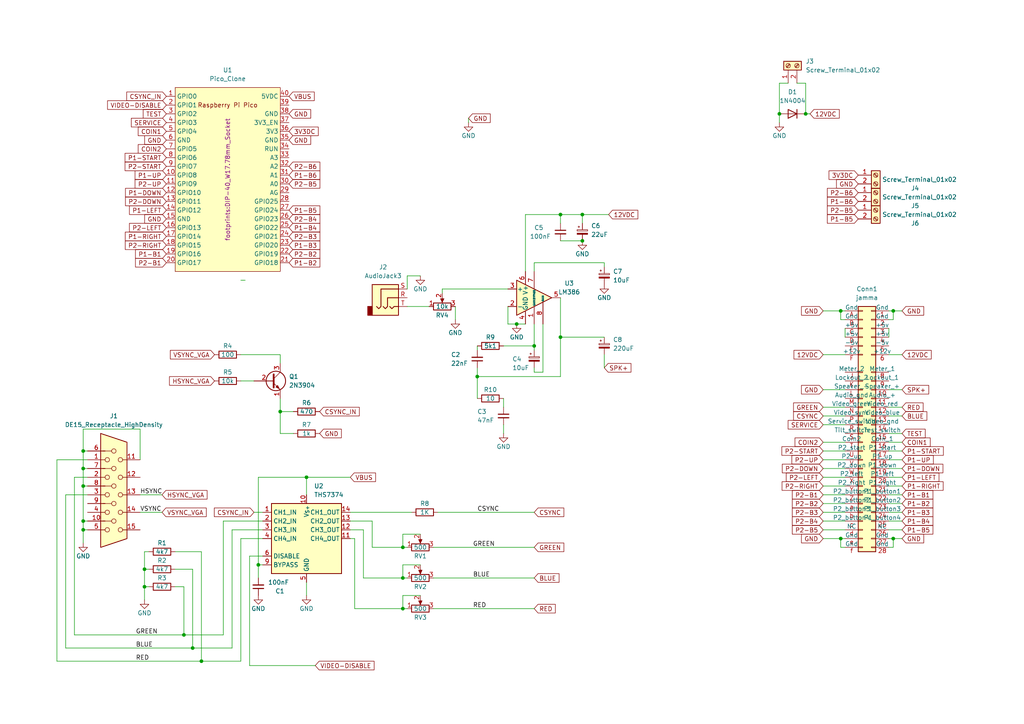
<source format=kicad_sch>
(kicad_sch (version 20230121) (generator eeschema)
  (paper "A4")
  (title_block (title "Whirlwind PCB Reverse Engineering für schwerst Mehrfachbehinderte") (company "Elbe Werkstätten GmbH"))
  (lib_symbols
    (symbol "Amplifier_Audio:LM386" (pin_names (offset 0.127))
      (property "Reference" "U" (at 1.27 7.62 0))
      (property "Value" "LM386" (at 1.27 5.08 0))
      (symbol "LM386_1_1"
        (pin input line (at 0 -7.62 90) (length 5.08) (name "GAIN") (number "1"))
        (pin input line (at -7.62 -2.54 0) (length 2.54) (name "-") (number "2"))
        (pin input line (at -7.62 2.54 0) (length 2.54) (name "+") (number "3"))
        (pin power_in line (at -2.54 -7.62 90) (length 3.81) (name "GND") (number "4"))
        (pin output line (at 7.62 0 180) (length 2.54) (name "~") (number "5"))
        (pin power_in line (at -2.54 7.62 270) (length 3.81) (name "V+") (number "6"))
        (pin input line (at 0 7.62 270) (length 5.08) (name "BYPASS") (number "7"))
        (pin input line (at 2.54 -7.62 90) (length 6.35) (name "GAIN") (number "8"))
      )
    )
    (symbol "Amplifier_Video:THS7374"
      (property "Reference" "U" (at -8.89 11.43 0))
      (property "Value" "THS7374" (at 5.08 11.43 0))
      (symbol "THS7374_1_1"
        (pin input line (at -12.7 7.62 0) (length 2.54) (name "CH1_IN") (number "1"))
        (pin power_in line (at 0 12.7 270) (length 2.54) (name "V_{S+}") (number "10"))
        (pin output line (at 12.7 0 180) (length 2.54) (name "CH4_OUT") (number "11"))
        (pin output line (at 12.7 2.54 180) (length 2.54) (name "CH3_OUT") (number "12"))
        (pin output line (at 12.7 5.08 180) (length 2.54) (name "CH2_OUT") (number "13"))
        (pin output line (at 12.7 7.62 180) (length 2.54) (name "CH1_OUT") (number "14"))
        (pin input line (at -12.7 5.08 0) (length 2.54) (name "CH2_IN") (number "2"))
        (pin input line (at -12.7 2.54 0) (length 2.54) (name "CH3_IN") (number "3"))
        (pin input line (at -12.7 0 0) (length 2.54) (name "CH4_IN") (number "4"))
        (pin power_in line (at 0 -12.7 90) (length 2.54) (name "GND") (number "5"))
        (pin input line (at -12.7 -5.08 0) (length 2.54) (name "DISABLE") (number "6"))
        (pin no_connect line (at 10.16 -5.08 180) (length 2.54) hide (name "NC") (number "7"))
        (pin no_connect line (at 10.16 -7.62 180) (length 2.54) hide (name "NC") (number "8"))
        (pin input line (at -12.7 -7.62 0) (length 2.54) (name "BYPASS") (number "9"))
      )
    )
    (symbol "Connector:DE15_Receptacle_HighDensity" (pin_names (offset 1.016) hide)
      (property "Reference" "J" (at 0 21.59 0))
      (property "Value" "DE15_Receptacle_HighDensity" (at 0 19.05 0))
      (symbol "DE15_Receptacle_HighDensity_1_1"
        (pin passive line (at -7.62 10.16 0) (length 5.08) (name "~") (number "1"))
        (pin passive line (at -7.62 -7.62 0) (length 5.08) (name "~") (number "10"))
        (pin passive line (at 7.62 10.16 180) (length 5.08) (name "~") (number "11"))
        (pin passive line (at 7.62 5.08 180) (length 5.08) (name "~") (number "12"))
        (pin passive line (at 7.62 0 180) (length 5.08) (name "~") (number "13"))
        (pin passive line (at 7.62 -5.08 180) (length 5.08) (name "~") (number "14"))
        (pin passive line (at 7.62 -10.16 180) (length 5.08) (name "~") (number "15"))
        (pin passive line (at -7.62 5.08 0) (length 5.08) (name "~") (number "2"))
        (pin passive line (at -7.62 0 0) (length 5.08) (name "~") (number "3"))
        (pin passive line (at -7.62 -5.08 0) (length 5.08) (name "~") (number "4"))
        (pin passive line (at -7.62 -10.16 0) (length 5.08) (name "~") (number "5"))
        (pin passive line (at -7.62 12.7 0) (length 5.08) (name "~") (number "6"))
        (pin passive line (at -7.62 7.62 0) (length 5.08) (name "~") (number "7"))
        (pin passive line (at -7.62 2.54 0) (length 5.08) (name "~") (number "8"))
        (pin passive line (at -7.62 -2.54 0) (length 5.08) (name "~") (number "9"))
      )
    )
    (symbol "Connector:Screw_Terminal_01x02" (pin_names (offset 1.016) hide)
      (property "Reference" "J" (at 0 2.54 0))
      (property "Value" "Screw_Terminal_01x02" (at 0 -5.08 0))
      (symbol "Screw_Terminal_01x02_1_1"
        (pin passive line (at -5.08 0 0) (length 3.81) (name "Pin_1") (number "1"))
        (pin passive line (at -5.08 -2.54 0) (length 3.81) (name "Pin_2") (number "2"))
      )
    )
    (symbol "Connector_Audio:AudioJack3"
      (property "Reference" "J" (at 0 8.89 0))
      (property "Value" "AudioJack3" (at 0 6.35 0))
      (symbol "AudioJack3_1_1"
        (pin passive line (at 5.08 0 180) (length 2.54) (name "~") (number "R"))
        (pin passive line (at 5.08 2.54 180) (length 2.54) (name "~") (number "S"))
        (pin passive line (at 5.08 -2.54 180) (length 2.54) (name "~") (number "T"))
      )
    )
    (symbol "Device:C_Polarized_Small" (pin_numbers hide) (pin_names (offset 0.254) hide)
      (property "Reference" "C" (at 0.254 1.778 0))
      (property "Value" "C_Polarized_Small" (at 0.254 -2.032 0))
      (symbol "C_Polarized_Small_1_1"
        (pin passive line (at 0 2.54 270) (length 1.8542) (name "~") (number "1"))
        (pin passive line (at 0 -2.54 90) (length 1.8542) (name "~") (number "2"))
      )
    )
    (symbol "Device:C_Small" (pin_numbers hide) (pin_names (offset 0.254) hide)
      (property "Reference" "C" (at 0.254 1.778 0))
      (property "Value" "C_Small" (at 0.254 -2.032 0))
      (symbol "C_Small_1_1"
        (pin passive line (at 0 2.54 270) (length 2.032) (name "~") (number "1"))
        (pin passive line (at 0 -2.54 90) (length 2.032) (name "~") (number "2"))
      )
    )
    (symbol "Device:R" (pin_numbers hide) (pin_names (offset 0))
      (property "Reference" "R" (at 2.032 0 90))
      (property "Value" "R" (at 0 0 90))
      (symbol "R_1_1"
        (pin passive line (at 0 3.81 270) (length 1.27) (name "~") (number "1"))
        (pin passive line (at 0 -3.81 90) (length 1.27) (name "~") (number "2"))
      )
    )
    (symbol "Device:R_Potentiometer" (pin_names (offset 1.016) hide)
      (property "Reference" "RV" (at -4.445 0 90))
      (property "Value" "R_Potentiometer" (at -2.54 0 90))
      (symbol "R_Potentiometer_1_1"
        (pin passive line (at 0 3.81 270) (length 1.27) (name "1") (number "1"))
        (pin passive line (at 3.81 0 180) (length 1.27) (name "2") (number "2"))
        (pin passive line (at 0 -3.81 90) (length 1.27) (name "3") (number "3"))
      )
    )
    (symbol "Diode:1N4004" (pin_numbers hide) (pin_names hide)
      (property "Reference" "D" (at 0 2.54 0))
      (property "Value" "1N4004" (at 0 -2.54 0))
      (symbol "1N4004_1_1"
        (pin passive line (at -3.81 0 0) (length 2.54) (name "K") (number "1"))
        (pin passive line (at 3.81 0 180) (length 2.54) (name "A") (number "2"))
      )
    )
    (symbol "MCU_RaspberryPi_and_Boards:Pico_Clone"
      (property "Reference" "U1" (at 0 31.75 0))
      (property "Value" "Pico_Clone" (at 0 29.21 0))
      (property "Footprint" "footprints:DIP-40_W17.5mm_Socket" (at 0 0 90))
      (symbol "Pico_Clone_0_0"
        (text "Raspberry Pi Pico" (at 0 21.59 0) (effects (font (size 1.27 1.27))))
      )
      (symbol "Pico_Clone_1_1"
        (pin bidirectional line (at -17.78 24.13 0) (length 2.54) (name "GPIO0") (number "1"))
        (pin bidirectional line (at -17.78 1.27 0) (length 2.54) (name "GPIO8") (number "10"))
        (pin bidirectional line (at -17.78 -1.27 0) (length 2.54) (name "GPIO9") (number "11"))
        (pin bidirectional line (at -17.78 -3.81 0) (length 2.54) (name "GPIO10") (number "12"))
        (pin bidirectional line (at -17.78 -6.35 0) (length 2.54) (name "GPIO11") (number "13"))
        (pin bidirectional line (at -17.78 -8.89 0) (length 2.54) (name "GPIO12") (number "14"))
        (pin power_in line (at -17.78 -11.43 0) (length 2.54) (name "GND") (number "15"))
        (pin bidirectional line (at -17.78 -13.97 0) (length 2.54) (name "GPIO13") (number "16"))
        (pin bidirectional line (at -17.78 -16.51 0) (length 2.54) (name "GPIO14") (number "17"))
        (pin bidirectional line (at -17.78 -19.05 0) (length 2.54) (name "GPIO15") (number "18"))
        (pin bidirectional line (at -17.78 -21.59 0) (length 2.54) (name "GPIO16") (number "19"))
        (pin bidirectional line (at -17.78 21.59 0) (length 2.54) (name "GPIO1") (number "2"))
        (pin bidirectional line (at -17.78 -24.13 0) (length 2.54) (name "GPIO17") (number "20"))
        (pin bidirectional line (at 17.78 -24.13 180) (length 2.54) (name "GPIO18") (number "21"))
        (pin bidirectional line (at 17.78 -21.59 180) (length 2.54) (name "GPIO19") (number "22"))
        (pin bidirectional line (at 17.78 -19.05 180) (length 2.54) (name "GPIO20") (number "23"))
        (pin bidirectional line (at 17.78 -16.51 180) (length 2.54) (name "GPIO21") (number "24"))
        (pin bidirectional line (at 17.78 -13.97 180) (length 2.54) (name "GPIO22") (number "25"))
        (pin bidirectional line (at 17.78 -11.43 180) (length 2.54) (name "GPIO23") (number "26"))
        (pin bidirectional line (at 17.78 -8.89 180) (length 2.54) (name "GPIO24") (number "27"))
        (pin bidirectional line (at 17.78 -6.35 180) (length 2.54) (name "GPIO25") (number "28"))
        (pin power_in line (at 17.78 -3.81 180) (length 2.54) (name "AG") (number "29"))
        (pin bidirectional line (at -17.78 19.05 0) (length 2.54) (name "GPIO2") (number "3"))
        (pin bidirectional line (at 17.78 -1.27 180) (length 2.54) (name "A0") (number "30"))
        (pin bidirectional line (at 17.78 1.27 180) (length 2.54) (name "A1") (number "31"))
        (pin bidirectional line (at 17.78 3.81 180) (length 2.54) (name "A2") (number "32"))
        (pin bidirectional line (at 17.78 6.35 180) (length 2.54) (name "A3") (number "33"))
        (pin bidirectional line (at 17.78 8.89 180) (length 2.54) (name "RUN") (number "34"))
        (pin power_in line (at 17.78 11.43 180) (length 2.54) (name "GND") (number "35"))
        (pin power_in line (at 17.78 13.97 180) (length 2.54) (name "3V3") (number "36"))
        (pin input line (at 17.78 16.51 180) (length 2.54) (name "3V3_EN") (number "37"))
        (pin bidirectional line (at 17.78 19.05 180) (length 2.54) (name "GND") (number "38"))
        (pin power_in line (at 17.78 21.59 180) (length 2.54) (name "") (number "39"))
        (pin bidirectional line (at -17.78 16.51 0) (length 2.54) (name "GPIO3") (number "4"))
        (pin power_in line (at 17.78 24.13 180) (length 2.54) (name "5VDC") (number "40"))
        (pin bidirectional line (at -17.78 13.97 0) (length 2.54) (name "GPIO4") (number "5"))
        (pin power_in line (at -17.78 11.43 0) (length 2.54) (name "GND") (number "6"))
        (pin bidirectional line (at -17.78 8.89 0) (length 2.54) (name "GPIO5") (number "7"))
        (pin bidirectional line (at -17.78 6.35 0) (length 2.54) (name "GPIO6") (number "8"))
        (pin bidirectional line (at -17.78 3.81 0) (length 2.54) (name "GPIO7") (number "9"))
      )
    )
    (symbol "Transistor_BJT:2N3904" (pin_names (offset 0) hide)
      (property "Reference" "Q" (at 5.08 1.905 0))
      (property "Value" "2N3904" (at 5.08 0 0))
      (symbol "2N3904_1_1"
        (pin passive line (at 2.54 -5.08 90) (length 2.54) (name "E") (number "1"))
        (pin passive line (at -5.08 0 0) (length 5.715) (name "B") (number "2"))
        (pin passive line (at 2.54 5.08 270) (length 2.54) (name "C") (number "3"))
      )
    )
    (symbol "jamma:jamma" (pin_names (offset 0))
      (property "Reference" "Conn" (at 0 35.56 0))
      (property "Value" "jamma" (at 0 38.1 0))
      (symbol "jamma_1_1"
        (pin passive line (at 6.35 33.02 180) (length 3.81) (name "Gnd") (number "1"))
        (pin passive line (at 6.35 10.16 180) (length 3.81) (name "Speaker_+") (number "10"))
        (pin passive line (at 6.35 7.62 180) (length 3.81) (name "Audio_+") (number "11"))
        (pin passive line (at 6.35 5.08 180) (length 3.81) (name "Video_red") (number "12"))
        (pin passive line (at 6.35 2.54 180) (length 3.81) (name "Video_blue") (number "13"))
        (pin passive line (at 6.35 0 180) (length 3.81) (name "Video_gnd") (number "14"))
        (pin passive line (at 6.35 -2.54 180) (length 3.81) (name "Test_switch") (number "15"))
        (pin passive line (at 6.35 -5.08 180) (length 3.81) (name "Coin_1") (number "16"))
        (pin passive line (at 6.35 -7.62 180) (length 3.81) (name "P1_start") (number "17"))
        (pin passive line (at 6.35 -10.16 180) (length 3.81) (name "P1_up") (number "18"))
        (pin passive line (at 6.35 -12.7 180) (length 3.81) (name "P1_down") (number "19"))
        (pin passive line (at 6.35 30.48 180) (length 3.81) (name "Gnd") (number "2"))
        (pin passive line (at 6.35 -15.24 180) (length 3.81) (name "P1_left") (number "20"))
        (pin passive line (at 6.35 -17.78 180) (length 3.81) (name "P1_right") (number "21"))
        (pin passive line (at 6.35 -20.32 180) (length 3.81) (name "P1_button1") (number "22"))
        (pin passive line (at 6.35 -22.86 180) (length 3.81) (name "P1_button2") (number "23"))
        (pin passive line (at 6.35 -25.4 180) (length 3.81) (name "P1_button3") (number "24"))
        (pin passive line (at 6.35 -27.94 180) (length 3.81) (name "P1_button4") (number "25"))
        (pin passive line (at 6.35 -30.48 180) (length 3.81) (name "NC") (number "26"))
        (pin passive line (at 6.35 -33.02 180) (length 3.81) (name "Gnd") (number "27"))
        (pin passive line (at 6.35 -35.56 180) (length 3.81) (name "Gnd") (number "28"))
        (pin passive line (at 6.35 27.94 180) (length 3.81) (name "+5v") (number "3"))
        (pin passive line (at 6.35 25.4 180) (length 3.81) (name "+5v") (number "4"))
        (pin passive line (at 6.35 22.86 180) (length 3.81) (name "-5v") (number "5"))
        (pin passive line (at 6.35 20.32 180) (length 3.81) (name "+12v") (number "6"))
        (pin passive line (at 6.35 15.24 180) (length 3.81) (name "Meter_1") (number "8"))
        (pin passive line (at 6.35 12.7 180) (length 3.81) (name "Lockout_1") (number "9"))
        (pin passive line (at -6.35 33.02 0) (length 3.81) (name "Gnd") (number "A"))
        (pin passive line (at -6.35 30.48 0) (length 3.81) (name "Gnd") (number "B"))
        (pin passive line (at -6.35 27.94 0) (length 3.81) (name "+5v") (number "C"))
        (pin passive line (at -6.35 25.4 0) (length 3.81) (name "+5v") (number "D"))
        (pin passive line (at -6.35 22.86 0) (length 3.81) (name "-5v") (number "E"))
        (pin passive line (at -6.35 20.32 0) (length 3.81) (name "+12v") (number "F"))
        (pin passive line (at -6.35 15.24 0) (length 3.81) (name "Meter_2") (number "J"))
        (pin passive line (at -6.35 12.7 0) (length 3.81) (name "Lockout_2") (number "K"))
        (pin passive line (at -6.35 10.16 0) (length 3.81) (name "Speaker_-") (number "L"))
        (pin passive line (at -6.35 7.62 0) (length 3.81) (name "Audio_gnd") (number "M"))
        (pin passive line (at -6.35 5.08 0) (length 3.81) (name "Video_green") (number "N"))
        (pin passive line (at -6.35 2.54 0) (length 3.81) (name "Video_sync") (number "P"))
        (pin passive line (at -6.35 0 0) (length 3.81) (name "Service_switch") (number "R"))
        (pin passive line (at -6.35 -2.54 0) (length 3.81) (name "Tilt_switch") (number "S"))
        (pin passive line (at -6.35 -5.08 0) (length 3.81) (name "Coin2") (number "T"))
        (pin passive line (at -6.35 -7.62 0) (length 3.81) (name "P2_start") (number "U"))
        (pin passive line (at -6.35 -10.16 0) (length 3.81) (name "P2_up") (number "V"))
        (pin passive line (at -6.35 -12.7 0) (length 3.81) (name "P2_down") (number "W"))
        (pin passive line (at -6.35 -15.24 0) (length 3.81) (name "P2_left") (number "X"))
        (pin passive line (at -6.35 -17.78 0) (length 3.81) (name "P2_right") (number "Y"))
        (pin passive line (at -6.35 -20.32 0) (length 3.81) (name "P2_button1") (number "Z"))
        (pin passive line (at -6.35 -22.86 0) (length 3.81) (name "P2_button2") (number "a"))
        (pin passive line (at -6.35 -25.4 0) (length 3.81) (name "P2_button3") (number "b"))
        (pin passive line (at -6.35 -27.94 0) (length 3.81) (name "P2_button4") (number "c"))
        (pin passive line (at -6.35 -30.48 0) (length 3.81) (name "NC") (number "d"))
        (pin passive line (at -6.35 -33.02 0) (length 3.81) (name "Gnd") (number "e"))
        (pin passive line (at -6.35 -35.56 0) (length 3.81) (name "Gnd") (number "f"))
      )
    )
    (symbol "power:GND" (power) (pin_names (offset 0))
      (property "Value" "GND" (at 0 -3.81 0))
      (symbol "GND_1_1"
        (pin power_in line (at 0 0 270) (length 0) hide (name "GND") (number "1"))
      )
    )
  )
  (junction (at 168.91 69.85))
  (junction (at 55.88 187.96))
  (junction (at 24.13 151.13))
  (junction (at 53.34 184.15))
  (junction (at 138.43 109.22))
  (junction (at 259.08 90.17))
  (junction (at 41.91 170.18))
  (junction (at 149.86 93.98))
  (junction (at 162.56 97.79))
  (junction (at 24.13 153.67))
  (junction (at 81.28 119.38))
  (junction (at 259.08 156.21))
  (junction (at 24.13 135.89))
  (junction (at 116.84 158.75))
  (junction (at 41.91 165.1))
  (junction (at 233.68 33.02))
  (junction (at 243.84 90.17))
  (junction (at 168.91 62.23))
  (junction (at 116.84 167.64))
  (junction (at 116.84 176.53))
  (junction (at 74.93 163.83))
  (junction (at 88.9 138.43))
  (junction (at 24.13 140.97))
  (junction (at 24.13 130.81))
  (junction (at 162.56 62.23))
  (junction (at 154.94 100.33))
  (junction (at 226.06 33.02))
  (junction (at 243.84 156.21))
  (junction (at 58.42 191.77))
  (wire (pts (xy 102.87 156.21) (xy 102.87 176.53)))
  (wire (pts (xy 88.9 172.72) (xy 88.9 168.91)))
  (wire (pts (xy 46.99 148.59) (xy 40.64 148.59)))
  (wire (pts (xy 257.81 151.13) (xy 261.62 151.13)))
  (wire (pts (xy 152.4 62.23) (xy 152.4 78.74)))
  (wire (pts (xy 138.43 109.22) (xy 162.56 109.22)))
  (wire (pts (xy 238.76 143.51) (xy 245.11 143.51)))
  (wire (pts (xy 175.26 76.2) (xy 175.26 77.47)))
  (wire (pts (xy 116.84 167.64) (xy 118.11 167.64)))
  (wire (pts (xy 72.39 161.29) (xy 76.2 161.29)))
  (wire (pts (xy 50.8 165.1) (xy 55.88 165.1)))
  (wire (pts (xy 19.05 187.96) (xy 55.88 187.96)))
  (wire (pts (xy 102.87 156.21) (xy 101.6 156.21)))
  (wire (pts (xy 132.08 88.9) (xy 132.08 92.71)))
  (wire (pts (xy 257.81 125.73) (xy 261.62 125.73)))
  (wire (pts (xy 41.91 160.02) (xy 41.91 165.1)))
  (wire (pts (xy 157.48 107.95) (xy 154.94 107.95)))
  (wire (pts (xy 233.68 24.13) (xy 231.14 24.13)))
  (wire (pts (xy 24.13 153.67) (xy 24.13 157.48)))
  (wire (pts (xy 245.11 92.71) (xy 243.84 92.71)))
  (wire (pts (xy 25.4 143.51) (xy 19.05 143.51)))
  (wire (pts (xy 257.81 128.27) (xy 261.62 128.27)))
  (wire (pts (xy 64.77 184.15) (xy 64.77 151.13)))
  (wire (pts (xy 233.68 33.02) (xy 233.68 24.13)))
  (wire (pts (xy 24.13 140.97) (xy 24.13 151.13)))
  (wire (pts (xy 67.31 187.96) (xy 67.31 153.67)))
  (wire (pts (xy 146.05 125.73) (xy 146.05 123.19)))
  (wire (pts (xy 168.91 62.23) (xy 168.91 64.77)))
  (wire (pts (xy 40.64 143.51) (xy 46.99 143.51)))
  (wire (pts (xy 257.81 156.21) (xy 259.08 156.21)))
  (wire (pts (xy 162.56 109.22) (xy 162.56 97.79)))
  (wire (pts (xy 243.84 90.17) (xy 238.76 90.17)))
  (wire (pts (xy 105.41 153.67) (xy 105.41 167.64)))
  (wire (pts (xy 21.59 184.15) (xy 21.59 138.43)))
  (wire (pts (xy 73.66 148.59) (xy 76.2 148.59)))
  (wire (pts (xy 88.9 138.43) (xy 88.9 143.51)))
  (wire (pts (xy 257.81 120.65) (xy 261.62 120.65)))
  (wire (pts (xy 41.91 170.18) (xy 43.18 170.18)))
  (wire (pts (xy 105.41 167.64) (xy 116.84 167.64)))
  (wire (pts (xy 69.85 102.87) (xy 81.28 102.87)))
  (wire (pts (xy 41.91 170.18) (xy 41.91 173.99)))
  (wire (pts (xy 146.05 100.33) (xy 154.94 100.33)))
  (wire (pts (xy 257.81 148.59) (xy 261.62 148.59)))
  (wire (pts (xy 43.18 165.1) (xy 41.91 165.1)))
  (wire (pts (xy 81.28 119.38) (xy 81.28 125.73)))
  (wire (pts (xy 19.05 143.51) (xy 19.05 187.96)))
  (wire (pts (xy 154.94 78.74) (xy 154.94 76.2)))
  (wire (pts (xy 74.93 163.83) (xy 74.93 167.64)))
  (wire (pts (xy 24.13 130.81) (xy 24.13 135.89)))
  (wire (pts (xy 118.11 83.82) (xy 118.11 80.01)))
  (wire (pts (xy 238.76 135.89) (xy 245.11 135.89)))
  (wire (pts (xy 101.6 151.13) (xy 107.95 151.13)))
  (wire (pts (xy 25.4 153.67) (xy 24.13 153.67)))
  (wire (pts (xy 41.91 165.1) (xy 41.91 170.18)))
  (wire (pts (xy 128.27 83.82) (xy 128.27 85.09)))
  (wire (pts (xy 154.94 106.68) (xy 154.94 107.95)))
  (wire (pts (xy 107.95 158.75) (xy 107.95 151.13)))
  (wire (pts (xy 245.11 90.17) (xy 243.84 90.17)))
  (wire (pts (xy 146.05 115.57) (xy 146.05 118.11)))
  (wire (pts (xy 127 148.59) (xy 154.94 148.59)))
  (wire (pts (xy 233.68 33.02) (xy 234.95 33.02)))
  (wire (pts (xy 238.76 151.13) (xy 245.11 151.13)))
  (wire (pts (xy 125.73 176.53) (xy 154.94 176.53)))
  (wire (pts (xy 24.13 130.81) (xy 25.4 130.81)))
  (wire (pts (xy 128.27 83.82) (xy 147.32 83.82)))
  (wire (pts (xy 24.13 135.89) (xy 24.13 140.97)))
  (wire (pts (xy 101.6 148.59) (xy 119.38 148.59)))
  (wire (pts (xy 85.09 119.38) (xy 81.28 119.38)))
  (wire (pts (xy 58.42 160.02) (xy 58.42 191.77)))
  (wire (pts (xy 147.32 88.9) (xy 147.32 93.98)))
  (wire (pts (xy 81.28 115.57) (xy 81.28 119.38)))
  (wire (pts (xy 21.59 138.43) (xy 25.4 138.43)))
  (wire (pts (xy 162.56 62.23) (xy 168.91 62.23)))
  (wire (pts (xy 138.43 109.22) (xy 138.43 115.57)))
  (wire (pts (xy 238.76 118.11) (xy 245.11 118.11)))
  (wire (pts (xy 16.51 133.35) (xy 16.51 191.77)))
  (wire (pts (xy 121.92 172.72) (xy 116.84 172.72)))
  (wire (pts (xy 238.76 102.87) (xy 245.11 102.87)))
  (wire (pts (xy 238.76 120.65) (xy 245.11 120.65)))
  (wire (pts (xy 259.08 92.71) (xy 259.08 90.17)))
  (wire (pts (xy 257.81 140.97) (xy 261.62 140.97)))
  (wire (pts (xy 21.59 184.15) (xy 53.34 184.15)))
  (wire (pts (xy 116.84 154.94) (xy 116.84 158.75)))
  (wire (pts (xy 25.4 135.89) (xy 24.13 135.89)))
  (wire (pts (xy 25.4 151.13) (xy 24.13 151.13)))
  (wire (pts (xy 25.4 140.97) (xy 24.13 140.97)))
  (wire (pts (xy 259.08 158.75) (xy 259.08 156.21)))
  (wire (pts (xy 154.94 100.33) (xy 154.94 101.6)))
  (wire (pts (xy 245.11 156.21) (xy 243.84 156.21)))
  (wire (pts (xy 238.76 123.19) (xy 245.11 123.19)))
  (wire (pts (xy 238.76 156.21) (xy 243.84 156.21)))
  (wire (pts (xy 107.95 158.75) (xy 116.84 158.75)))
  (wire (pts (xy 257.81 90.17) (xy 259.08 90.17)))
  (wire (pts (xy 257.81 118.11) (xy 261.62 118.11)))
  (wire (pts (xy 259.08 156.21) (xy 261.62 156.21)))
  (wire (pts (xy 238.76 130.81) (xy 245.11 130.81)))
  (wire (pts (xy 238.76 153.67) (xy 245.11 153.67)))
  (wire (pts (xy 24.13 124.46) (xy 40.64 124.46)))
  (wire (pts (xy 118.11 80.01) (xy 121.92 80.01)))
  (wire (pts (xy 257.81 153.67) (xy 261.62 153.67)))
  (wire (pts (xy 16.51 191.77) (xy 58.42 191.77)))
  (wire (pts (xy 85.09 125.73) (xy 81.28 125.73)))
  (wire (pts (xy 226.06 24.13) (xy 228.6 24.13)))
  (wire (pts (xy 243.84 158.75) (xy 243.84 156.21)))
  (wire (pts (xy 55.88 187.96) (xy 67.31 187.96)))
  (wire (pts (xy 101.6 153.67) (xy 105.41 153.67)))
  (wire (pts (xy 226.06 33.02) (xy 226.06 24.13)))
  (wire (pts (xy 102.87 176.53) (xy 116.84 176.53)))
  (wire (pts (xy 125.73 167.64) (xy 154.94 167.64)))
  (wire (pts (xy 81.28 102.87) (xy 81.28 105.41)))
  (wire (pts (xy 50.8 160.02) (xy 58.42 160.02)))
  (wire (pts (xy 43.18 160.02) (xy 41.91 160.02)))
  (wire (pts (xy 138.43 106.68) (xy 138.43 109.22)))
  (wire (pts (xy 162.56 64.77) (xy 162.56 62.23)))
  (wire (pts (xy 162.56 97.79) (xy 162.56 86.36)))
  (wire (pts (xy 67.31 153.67) (xy 76.2 153.67)))
  (wire (pts (xy 238.76 148.59) (xy 245.11 148.59)))
  (wire (pts (xy 154.94 76.2) (xy 175.26 76.2)))
  (wire (pts (xy 257.81 135.89) (xy 261.62 135.89)))
  (wire (pts (xy 261.62 90.17) (xy 259.08 90.17)))
  (wire (pts (xy 74.93 138.43) (xy 88.9 138.43)))
  (wire (pts (xy 257.81 92.71) (xy 259.08 92.71)))
  (wire (pts (xy 69.85 81.28) (xy 71.12 81.28)))
  (wire (pts (xy 40.64 133.35) (xy 40.64 124.46)))
  (wire (pts (xy 74.93 163.83) (xy 74.93 138.43)))
  (wire (pts (xy 238.76 146.05) (xy 245.11 146.05)))
  (wire (pts (xy 116.84 163.83) (xy 116.84 167.64)))
  (wire (pts (xy 257.81 133.35) (xy 261.62 133.35)))
  (wire (pts (xy 162.56 69.85) (xy 168.91 69.85)))
  (wire (pts (xy 257.81 102.87) (xy 261.62 102.87)))
  (wire (pts (xy 226.06 33.02) (xy 226.06 35.56)))
  (wire (pts (xy 116.84 172.72) (xy 116.84 176.53)))
  (wire (pts (xy 53.34 170.18) (xy 50.8 170.18)))
  (wire (pts (xy 257.81 158.75) (xy 259.08 158.75)))
  (wire (pts (xy 121.92 163.83) (xy 116.84 163.83)))
  (wire (pts (xy 138.43 100.33) (xy 138.43 101.6)))
  (wire (pts (xy 238.76 133.35) (xy 245.11 133.35)))
  (wire (pts (xy 245.11 95.25) (xy 245.11 97.79)))
  (wire (pts (xy 152.4 62.23) (xy 162.56 62.23)))
  (wire (pts (xy 238.76 140.97) (xy 245.11 140.97)))
  (wire (pts (xy 157.48 93.98) (xy 157.48 107.95)))
  (wire (pts (xy 154.94 93.98) (xy 154.94 100.33)))
  (wire (pts (xy 175.26 102.87) (xy 175.26 106.68)))
  (wire (pts (xy 243.84 92.71) (xy 243.84 90.17)))
  (wire (pts (xy 53.34 170.18) (xy 53.34 184.15)))
  (wire (pts (xy 118.11 88.9) (xy 124.46 88.9)))
  (wire (pts (xy 91.44 193.04) (xy 72.39 193.04)))
  (wire (pts (xy 125.73 158.75) (xy 154.94 158.75)))
  (wire (pts (xy 116.84 158.75) (xy 118.11 158.75)))
  (wire (pts (xy 24.13 151.13) (xy 24.13 153.67)))
  (wire (pts (xy 121.92 154.94) (xy 116.84 154.94)))
  (wire (pts (xy 55.88 165.1) (xy 55.88 187.96)))
  (wire (pts (xy 25.4 133.35) (xy 16.51 133.35)))
  (wire (pts (xy 147.32 93.98) (xy 149.86 93.98)))
  (wire (pts (xy 257.81 143.51) (xy 261.62 143.51)))
  (wire (pts (xy 64.77 151.13) (xy 76.2 151.13)))
  (wire (pts (xy 168.91 62.23) (xy 176.53 62.23)))
  (wire (pts (xy 162.56 97.79) (xy 175.26 97.79)))
  (wire (pts (xy 53.34 184.15) (xy 64.77 184.15)))
  (wire (pts (xy 257.81 146.05) (xy 261.62 146.05)))
  (wire (pts (xy 72.39 161.29) (xy 72.39 193.04)))
  (wire (pts (xy 257.81 95.25) (xy 257.81 97.79)))
  (wire (pts (xy 88.9 138.43) (xy 101.6 138.43)))
  (wire (pts (xy 245.11 158.75) (xy 243.84 158.75)))
  (wire (pts (xy 152.4 93.98) (xy 149.86 93.98)))
  (wire (pts (xy 69.85 110.49) (xy 73.66 110.49)))
  (wire (pts (xy 257.81 138.43) (xy 261.62 138.43)))
  (wire (pts (xy 69.85 191.77) (xy 69.85 156.21)))
  (wire (pts (xy 257.81 130.81) (xy 261.62 130.81)))
  (wire (pts (xy 238.76 113.03) (xy 245.11 113.03)))
  (wire (pts (xy 116.84 176.53) (xy 118.11 176.53)))
  (wire (pts (xy 58.42 191.77) (xy 69.85 191.77)))
  (wire (pts (xy 238.76 128.27) (xy 245.11 128.27)))
  (wire (pts (xy 76.2 163.83) (xy 74.93 163.83)))
  (wire (pts (xy 69.85 156.21) (xy 76.2 156.21)))
  (wire (pts (xy 135.89 34.29) (xy 135.89 35.56)))
  (wire (pts (xy 257.81 113.03) (xy 261.62 113.03)))
  (wire (pts (xy 238.76 138.43) (xy 245.11 138.43)))
  (wire (pts (xy 24.13 124.46) (xy 24.13 130.81)))
  (label "BLUE" (at 137.16 167.64 0))
  (label "GREEN" (at 39.37 184.15 0))
  (label "VSYNC" (at 40.64 148.59 0))
  (label "BLUE" (at 39.37 187.96 0))
  (label "GREEN" (at 137.16 158.75 0))
  (label "RED" (at 137.16 176.53 0))
  (label "HSYNC" (at 40.64 143.51 0))
  (label "CSYNC" (at 138.43 148.59 0))
  (label "RED" (at 39.37 191.77 0))
  (global_label "VSYNC_VGA" (shape input) (at 46.99 148.59 0) (property "Intersheetrefs" "${INTERSHEET_REFS}" (effects hide)))
  (global_label "P2-B3" (shape input) (at 238.76 148.59 180) (property "Intersheetrefs" "${INTERSHEET_REFS}" (effects hide)))
  (global_label "CSYNC_IN" (shape input) (at 92.71 119.38 0) (property "Intersheetrefs" "${INTERSHEET_REFS}" (effects hide)))
  (global_label "12VDC" (shape input) (at 234.95 33.02 0) (property "Intersheetrefs" "${INTERSHEET_REFS}" (effects hide)))
  (global_label "3V3DC" (shape input) (at 83.82 38.1 0) (property "Intersheetrefs" "${INTERSHEET_REFS}" (effects hide)))
  (global_label "COIN2" (shape input) (at 48.26 43.18 180) (property "Intersheetrefs" "${INTERSHEET_REFS}" (effects hide)))
  (global_label "VBUS" (shape input) (at 83.82 27.94 0) (property "Intersheetrefs" "${INTERSHEET_REFS}" (effects hide)))
  (global_label "P1-LEFT" (shape input) (at 48.26 60.96 180) (property "Intersheetrefs" "${INTERSHEET_REFS}" (effects hide)))
  (global_label "GND" (shape input) (at 83.82 40.64 0) (property "Intersheetrefs" "${INTERSHEET_REFS}" (effects hide)))
  (global_label "P2-B2" (shape input) (at 238.76 146.05 180) (property "Intersheetrefs" "${INTERSHEET_REFS}" (effects hide)))
  (global_label "RED" (shape input) (at 154.94 176.53 0) (property "Intersheetrefs" "${INTERSHEET_REFS}" (effects hide)))
  (global_label "P1-B2" (shape input) (at 261.62 146.05 0) (property "Intersheetrefs" "${INTERSHEET_REFS}" (effects hide)))
  (global_label "P2-LEFT" (shape input) (at 238.76 138.43 180) (property "Intersheetrefs" "${INTERSHEET_REFS}" (effects hide)))
  (global_label "P2-B1" (shape input) (at 238.76 143.51 180) (property "Intersheetrefs" "${INTERSHEET_REFS}" (effects hide)))
  (global_label "12VDC" (shape input) (at 261.62 102.87 0) (property "Intersheetrefs" "${INTERSHEET_REFS}" (effects hide)))
  (global_label "SPK+" (shape input) (at 261.62 113.03 0) (property "Intersheetrefs" "${INTERSHEET_REFS}" (effects hide)))
  (global_label "VIDEO-DISABLE" (shape input) (at 91.44 193.04 0) (property "Intersheetrefs" "${INTERSHEET_REFS}" (effects hide)))
  (global_label "P1-DOWN" (shape input) (at 261.62 135.89 0) (property "Intersheetrefs" "${INTERSHEET_REFS}" (effects hide)))
  (global_label "RED" (shape input) (at 261.62 118.11 0) (property "Intersheetrefs" "${INTERSHEET_REFS}" (effects hide)))
  (global_label "P1-B1" (shape input) (at 48.26 73.66 180) (property "Intersheetrefs" "${INTERSHEET_REFS}" (effects hide)))
  (global_label "CSYNC" (shape input) (at 154.94 148.59 0) (property "Intersheetrefs" "${INTERSHEET_REFS}" (effects hide)))
  (global_label "P2-B5" (shape input) (at 238.76 153.67 180) (property "Intersheetrefs" "${INTERSHEET_REFS}" (effects hide)))
  (global_label "P2-B4" (shape input) (at 238.76 151.13 180) (property "Intersheetrefs" "${INTERSHEET_REFS}" (effects hide)))
  (global_label "SERVICE" (shape input) (at 48.26 35.56 180) (property "Intersheetrefs" "${INTERSHEET_REFS}" (effects hide)))
  (global_label "P1-RIGHT" (shape input) (at 48.26 68.58 180) (property "Intersheetrefs" "${INTERSHEET_REFS}" (effects hide)))
  (global_label "P1-B3" (shape input) (at 83.82 71.12 0) (property "Intersheetrefs" "${INTERSHEET_REFS}" (effects hide)))
  (global_label "SPK+" (shape input) (at 175.26 106.68 0) (property "Intersheetrefs" "${INTERSHEET_REFS}" (effects hide)))
  (global_label "BLUE" (shape input) (at 154.94 167.64 0) (property "Intersheetrefs" "${INTERSHEET_REFS}" (effects hide)))
  (global_label "GND" (shape input) (at 135.89 34.29 0) (property "Intersheetrefs" "${INTERSHEET_REFS}" (effects hide)))
  (global_label "GND" (shape input) (at 83.82 33.02 0) (property "Intersheetrefs" "${INTERSHEET_REFS}" (effects hide)))
  (global_label "P1-B5" (shape input) (at 248.92 63.5 180) (property "Intersheetrefs" "${INTERSHEET_REFS}" (effects hide)))
  (global_label "TEST" (shape input) (at 261.62 125.73 0) (property "Intersheetrefs" "${INTERSHEET_REFS}" (effects hide)))
  (global_label "P2-B1" (shape input) (at 48.26 76.2 180) (property "Intersheetrefs" "${INTERSHEET_REFS}" (effects hide)))
  (global_label "P2-START" (shape input) (at 238.76 130.81 180) (property "Intersheetrefs" "${INTERSHEET_REFS}" (effects hide)))
  (global_label "P2-B6" (shape input) (at 83.82 48.26 0) (property "Intersheetrefs" "${INTERSHEET_REFS}" (effects hide)))
  (global_label "P1-B6" (shape input) (at 248.92 58.42 180) (property "Intersheetrefs" "${INTERSHEET_REFS}" (effects hide)))
  (global_label "P2-UP" (shape input) (at 48.26 53.34 180) (property "Intersheetrefs" "${INTERSHEET_REFS}" (effects hide)))
  (global_label "P2-B4" (shape input) (at 83.82 63.5 0) (property "Intersheetrefs" "${INTERSHEET_REFS}" (effects hide)))
  (global_label "12VDC" (shape input) (at 238.76 102.87 180) (property "Intersheetrefs" "${INTERSHEET_REFS}" (effects hide)))
  (global_label "P2-B5" (shape input) (at 83.82 53.34 0) (property "Intersheetrefs" "${INTERSHEET_REFS}" (effects hide)))
  (global_label "P1-RIGHT" (shape input) (at 261.62 140.97 0) (property "Intersheetrefs" "${INTERSHEET_REFS}" (effects hide)))
  (global_label "P2-B3" (shape input) (at 83.82 68.58 0) (property "Intersheetrefs" "${INTERSHEET_REFS}" (effects hide)))
  (global_label "VSYNC_VGA" (shape input) (at 62.23 102.87 180) (property "Intersheetrefs" "${INTERSHEET_REFS}" (effects hide)))
  (global_label "CSYNC_IN" (shape input) (at 73.66 148.59 180) (property "Intersheetrefs" "${INTERSHEET_REFS}" (effects hide)))
  (global_label "P2-RIGHT" (shape input) (at 238.76 140.97 180) (property "Intersheetrefs" "${INTERSHEET_REFS}" (effects hide)))
  (global_label "GND" (shape input) (at 48.26 40.64 180) (property "Intersheetrefs" "${INTERSHEET_REFS}" (effects hide)))
  (global_label "P2-B6" (shape input) (at 248.92 55.88 180) (property "Intersheetrefs" "${INTERSHEET_REFS}" (effects hide)))
  (global_label "BLUE" (shape input) (at 261.62 120.65 0) (property "Intersheetrefs" "${INTERSHEET_REFS}" (effects hide)))
  (global_label "P1-B4" (shape input) (at 261.62 151.13 0) (property "Intersheetrefs" "${INTERSHEET_REFS}" (effects hide)))
  (global_label "GREEN" (shape input) (at 238.76 118.11 180) (property "Intersheetrefs" "${INTERSHEET_REFS}" (effects hide)))
  (global_label "P1-LEFT" (shape input) (at 261.62 138.43 0) (property "Intersheetrefs" "${INTERSHEET_REFS}" (effects hide)))
  (global_label "GND" (shape input) (at 238.76 90.17 180) (property "Intersheetrefs" "${INTERSHEET_REFS}" (effects hide)))
  (global_label "P2-DOWN" (shape input) (at 48.26 58.42 180) (property "Intersheetrefs" "${INTERSHEET_REFS}" (effects hide)))
  (global_label "P2-START" (shape input) (at 48.26 48.26 180) (property "Intersheetrefs" "${INTERSHEET_REFS}" (effects hide)))
  (global_label "GND" (shape input) (at 261.62 90.17 0) (property "Intersheetrefs" "${INTERSHEET_REFS}" (effects hide)))
  (global_label "GND" (shape input) (at 238.76 156.21 180) (property "Intersheetrefs" "${INTERSHEET_REFS}" (effects hide)))
  (global_label "GND" (shape input) (at 261.62 156.21 0) (property "Intersheetrefs" "${INTERSHEET_REFS}" (effects hide)))
  (global_label "3V3DC" (shape input) (at 248.92 50.8 180) (property "Intersheetrefs" "${INTERSHEET_REFS}" (effects hide)))
  (global_label "TEST" (shape input) (at 48.26 33.02 180) (property "Intersheetrefs" "${INTERSHEET_REFS}" (effects hide)))
  (global_label "CSYNC_IN" (shape input) (at 48.26 27.94 180) (property "Intersheetrefs" "${INTERSHEET_REFS}" (effects hide)))
  (global_label "P1-B5" (shape input) (at 83.82 60.96 0) (property "Intersheetrefs" "${INTERSHEET_REFS}" (effects hide)))
  (global_label "P1-B6" (shape input) (at 83.82 50.8 0) (property "Intersheetrefs" "${INTERSHEET_REFS}" (effects hide)))
  (global_label "P2-LEFT" (shape input) (at 48.26 66.04 180) (property "Intersheetrefs" "${INTERSHEET_REFS}" (effects hide)))
  (global_label "GND" (shape input) (at 48.26 63.5 180) (property "Intersheetrefs" "${INTERSHEET_REFS}" (effects hide)))
  (global_label "P1-UP" (shape input) (at 48.26 50.8 180) (property "Intersheetrefs" "${INTERSHEET_REFS}" (effects hide)))
  (global_label "VBUS" (shape input) (at 101.6 138.43 0) (property "Intersheetrefs" "${INTERSHEET_REFS}" (effects hide)))
  (global_label "COIN1" (shape input) (at 261.62 128.27 0) (property "Intersheetrefs" "${INTERSHEET_REFS}" (effects hide)))
  (global_label "GREEN" (shape input) (at 154.94 158.75 0) (property "Intersheetrefs" "${INTERSHEET_REFS}" (effects hide)))
  (global_label "P1-UP" (shape input) (at 261.62 133.35 0) (property "Intersheetrefs" "${INTERSHEET_REFS}" (effects hide)))
  (global_label "P1-START" (shape input) (at 261.62 130.81 0) (property "Intersheetrefs" "${INTERSHEET_REFS}" (effects hide)))
  (global_label "P1-DOWN" (shape input) (at 48.26 55.88 180) (property "Intersheetrefs" "${INTERSHEET_REFS}" (effects hide)))
  (global_label "HSYNC_VGA" (shape input) (at 46.99 143.51 0) (property "Intersheetrefs" "${INTERSHEET_REFS}" (effects hide)))
  (global_label "COIN2" (shape input) (at 238.76 128.27 180) (property "Intersheetrefs" "${INTERSHEET_REFS}" (effects hide)))
  (global_label "GND" (shape input) (at 238.76 113.03 180) (property "Intersheetrefs" "${INTERSHEET_REFS}" (effects hide)))
  (global_label "P1-B2" (shape input) (at 83.82 76.2 0) (property "Intersheetrefs" "${INTERSHEET_REFS}" (effects hide)))
  (global_label "P2-RIGHT" (shape input) (at 48.26 71.12 180) (property "Intersheetrefs" "${INTERSHEET_REFS}" (effects hide)))
  (global_label "P1-START" (shape input) (at 48.26 45.72 180) (property "Intersheetrefs" "${INTERSHEET_REFS}" (effects hide)))
  (global_label "SERVICE" (shape input) (at 238.76 123.19 180) (property "Intersheetrefs" "${INTERSHEET_REFS}" (effects hide)))
  (global_label "12VDC" (shape input) (at 176.53 62.23 0) (property "Intersheetrefs" "${INTERSHEET_REFS}" (effects hide)))
  (global_label "CSYNC" (shape input) (at 238.76 120.65 180) (property "Intersheetrefs" "${INTERSHEET_REFS}" (effects hide)))
  (global_label "P1-B4" (shape input) (at 83.82 66.04 0) (property "Intersheetrefs" "${INTERSHEET_REFS}" (effects hide)))
  (global_label "P2-B5" (shape input) (at 248.92 60.96 180) (property "Intersheetrefs" "${INTERSHEET_REFS}" (effects hide)))
  (global_label "HSYNC_VGA" (shape input) (at 62.23 110.49 180) (property "Intersheetrefs" "${INTERSHEET_REFS}" (effects hide)))
  (global_label "VIDEO-DISABLE" (shape input) (at 48.26 30.48 180) (property "Intersheetrefs" "${INTERSHEET_REFS}" (effects hide)))
  (global_label "P1-B5" (shape input) (at 261.62 153.67 0) (property "Intersheetrefs" "${INTERSHEET_REFS}" (effects hide)))
  (global_label "COIN1" (shape input) (at 48.26 38.1 180) (property "Intersheetrefs" "${INTERSHEET_REFS}" (effects hide)))
  (global_label "P1-B1" (shape input) (at 261.62 143.51 0) (property "Intersheetrefs" "${INTERSHEET_REFS}" (effects hide)))
  (global_label "GND" (shape input) (at 92.71 125.73 0) (property "Intersheetrefs" "${INTERSHEET_REFS}" (effects hide)))
  (global_label "P2-B2" (shape input) (at 83.82 73.66 0) (property "Intersheetrefs" "${INTERSHEET_REFS}" (effects hide)))
  (global_label "P2-UP" (shape input) (at 238.76 133.35 180) (property "Intersheetrefs" "${INTERSHEET_REFS}" (effects hide)))
  (global_label "P2-DOWN" (shape input) (at 238.76 135.89 180) (property "Intersheetrefs" "${INTERSHEET_REFS}" (effects hide)))
  (global_label "P1-B3" (shape input) (at 261.62 148.59 0) (property "Intersheetrefs" "${INTERSHEET_REFS}" (effects hide)))
  (global_label "GND" (shape input) (at 248.92 53.34 180) (property "Intersheetrefs" "${INTERSHEET_REFS}" (effects hide)))
  (symbol (lib_id "Device:R") (at 66.04 110.49 90) (unit 1)
    (property "Reference" "R5" (at 66.04 107.95 90))
    (property "Value" "10k" (at 66.04 110.49 90))
    (property "Footprint" "Resistor_THT:R_Axial_DIN0207_L6.3mm_D2.5mm_P10.16mm_Horizontal" (effects hide))
  )
  (symbol (lib_id "Device:R_Potentiometer") (at 128.27 88.9 90) (unit 1)
    (property "Reference" "RV4" (at 128.27 91.44 90))
    (property "Value" "10k" (at 128.27 88.9 90))
    (property "Footprint" "Potentiometer_THT:Potentiometer_Bourns_3386P_Vertical" (effects hide))
  )
  (symbol (lib_id "power:GND") (at 41.91 173.99 0) (unit 1)
    (property "Reference" "#PWR02" (effects hide))
    (property "Value" "GND" (at 41.91 177.8 0))
  )
  (symbol (lib_id "Connector_Audio:AudioJack3") (at 113.03 86.36 0) (unit 1)
    (property "Reference" "J2" (at 111.125 77.47 0))
    (property "Value" "AudioJack3" (at 111.125 80.01 0))
    (property "Footprint" "Connector_Audio:Jack_3.5mm_CUI_SJ1-3523N_Horizontal" (effects hide))
  )
  (symbol (lib_id "Connector:Screw_Terminal_01x02") (at 254 60.96 0) (unit 1)
    (property "Reference" "J6" (at 265.43 64.77 0))
    (property "Value" "Screw_Terminal_01x02" (at 266.7 62.23 0))
    (property "Footprint" "TerminalBlock_Phoenix:TerminalBlock_Phoenix_PT-1,5-2-5.0-H_1x02_P5.00mm_Horizontal" (effects hide))
  )
  (symbol (lib_id "power:GND") (at 149.86 93.98 0) (unit 1)
    (property "Reference" "#PWR09" (effects hide))
    (property "Value" "GND" (at 149.86 97.79 0))
  )
  (symbol (lib_id "Device:R") (at 46.99 170.18 270) (unit 1)
    (property "Reference" "R3" (at 46.99 167.64 90))
    (property "Value" "4k7" (at 46.99 170.18 90))
    (property "Footprint" "Resistor_THT:R_Axial_DIN0207_L6.3mm_D2.5mm_P10.16mm_Horizontal" (effects hide))
  )
  (symbol (lib_id "Device:R_Potentiometer") (at 121.92 176.53 90) (unit 1)
    (property "Reference" "RV3" (at 121.92 179.07 90))
    (property "Value" "500" (at 121.92 176.53 90))
    (property "Footprint" "Potentiometer_THT:Potentiometer_Bourns_3386P_Vertical" (effects hide))
  )
  (symbol (lib_id "Device:C_Polarized_Small") (at 175.26 80.01 0) (unit 1)
    (property "Reference" "C7" (at 177.8 78.74 0) (effects (justify left)))
    (property "Value" "10uF" (at 177.8 81.28 0) (effects (justify left)))
    (property "Footprint" "Capacitor_THT:C_Radial_D5.0mm_H11.0mm_P2.00mm" (effects hide))
  )
  (symbol (lib_id "Device:C_Small") (at 162.56 67.31 0) (unit 1)
    (property "Reference" "C5" (at 154.94 66.04 0) (effects (justify left)))
    (property "Value" "100nF" (at 153.67 68.58 0) (effects (justify left)))
    (property "Footprint" "Capacitor_THT:C_Rect_L7.0mm_W2.0mm_P5.00mm" (effects hide))
  )
  (symbol (lib_id "Device:R_Potentiometer") (at 121.92 158.75 90) (unit 1)
    (property "Reference" "RV1" (at 121.92 161.29 90))
    (property "Value" "500" (at 121.92 158.75 90))
    (property "Footprint" "Potentiometer_THT:Potentiometer_Bourns_3386P_Vertical" (effects hide))
  )
  (symbol (lib_id "Device:R") (at 142.24 100.33 270) (unit 1)
    (property "Reference" "R9" (at 142.24 97.79 90))
    (property "Value" "5k1" (at 142.24 100.33 90))
    (property "Footprint" "Resistor_THT:R_Axial_DIN0207_L6.3mm_D2.5mm_P10.16mm_Horizontal" (effects hide))
  )
  (symbol (lib_id "power:GND") (at 168.91 69.85 0) (unit 1)
    (property "Reference" "#PWR010" (effects hide))
    (property "Value" "GND" (at 168.91 73.66 0))
  )
  (symbol (lib_id "Device:C_Polarized_Small") (at 168.91 67.31 0) (unit 1)
    (property "Reference" "C6" (at 171.45 65.4939 0) (effects (justify left)))
    (property "Value" "22uF" (at 171.45 68.0339 0) (effects (justify left)))
    (property "Footprint" "Capacitor_THT:C_Radial_D6.3mm_H11.0mm_P2.50mm" (effects hide))
  )
  (symbol (lib_id "Connector:Screw_Terminal_01x02") (at 228.6 19.05 90) (unit 1)
    (property "Reference" "J3" (at 233.68 17.78 90) (effects (justify right)))
    (property "Value" "Screw_Terminal_01x02" (at 233.68 20.32 90) (effects (justify right)))
    (property "Footprint" "TerminalBlock_Phoenix:TerminalBlock_Phoenix_PT-1,5-2-5.0-H_1x02_P5.00mm_Horizontal" (effects hide))
  )
  (symbol (lib_id "Device:R") (at 46.99 165.1 270) (unit 1)
    (property "Reference" "R2" (at 46.99 162.56 90))
    (property "Value" "4k7" (at 46.99 165.1 90))
    (property "Footprint" "Resistor_THT:R_Axial_DIN0207_L6.3mm_D2.5mm_P10.16mm_Horizontal" (effects hide))
  )
  (symbol (lib_id "Device:C_Small") (at 74.93 170.18 180) (unit 1)
    (property "Reference" "C1" (at 82.55 171.45 0) (effects (justify left)))
    (property "Value" "100nF" (at 83.82 168.91 0) (effects (justify left)))
    (property "Footprint" "Capacitor_THT:C_Rect_L7.0mm_W2.0mm_P5.00mm" (effects hide))
  )
  (symbol (lib_id "Device:R") (at 142.24 115.57 270) (unit 1)
    (property "Reference" "R10" (at 142.24 113.03 90))
    (property "Value" "10" (at 142.24 115.57 90))
    (property "Footprint" "Resistor_THT:R_Axial_DIN0207_L6.3mm_D2.5mm_P10.16mm_Horizontal" (effects hide))
  )
  (symbol (lib_id "Transistor_BJT:2N3904") (at 78.74 110.49 0) (unit 1)
    (property "Reference" "Q1" (at 83.82 109.22 0) (effects (justify left)))
    (property "Value" "2N3904" (at 83.82 111.76 0) (effects (justify left)))
    (property "Footprint" "Package_TO_SOT_THT:TO-92_Inline" (effects hide))
    (property "Datasheet" "https://www.onsemi.com/pub/Collateral/2N3903-D.PDF" (effects hide))
  )
  (symbol (lib_id "power:GND") (at 175.26 82.55 0) (unit 1)
    (property "Reference" "#PWR011" (effects hide))
    (property "Value" "GND" (at 175.26 86.36 0))
  )
  (symbol (lib_id "Connector:Screw_Terminal_01x02") (at 254 50.8 0) (unit 1)
    (property "Reference" "J4" (at 265.43 54.61 0))
    (property "Value" "Screw_Terminal_01x02" (at 266.7 52.07 0))
    (property "Footprint" "TerminalBlock_Phoenix:TerminalBlock_Phoenix_PT-1,5-2-5.0-H_1x02_P5.00mm_Horizontal" (effects hide))
  )
  (symbol (lib_id "Connector:Screw_Terminal_01x02") (at 254 55.88 0) (unit 1)
    (property "Reference" "J5" (at 265.43 59.69 0))
    (property "Value" "Screw_Terminal_01x02" (at 266.7 57.15 0))
    (property "Footprint" "TerminalBlock_Phoenix:TerminalBlock_Phoenix_PT-1,5-2-5.0-H_1x02_P5.00mm_Horizontal" (effects hide))
  )
  (symbol (lib_id "Device:R") (at 46.99 160.02 270) (unit 1)
    (property "Reference" "R1" (at 46.99 157.48 90))
    (property "Value" "4k7" (at 46.99 160.02 90))
    (property "Footprint" "Resistor_THT:R_Axial_DIN0207_L6.3mm_D2.5mm_P10.16mm_Horizontal" (effects hide))
  )
  (symbol (lib_id "power:GND") (at 132.08 92.71 0) (unit 1)
    (property "Reference" "#PWR06" (effects hide))
    (property "Value" "GND" (at 132.08 96.52 0))
  )
  (symbol (lib_id "power:GND") (at 74.93 172.72 0) (unit 1)
    (property "Reference" "#PWR03" (effects hide))
    (property "Value" "GND" (at 74.93 176.53 0))
  )
  (symbol (lib_id "power:GND") (at 226.06 35.56 0) (unit 1)
    (property "Reference" "#PWR012" (effects hide))
    (property "Value" "GND" (at 226.06 39.37 0))
  )
  (symbol (lib_id "Device:R") (at 88.9 125.73 270) (unit 1)
    (property "Reference" "R7" (at 88.9 123.19 90))
    (property "Value" "1k" (at 88.9 125.73 90))
    (property "Footprint" "Resistor_THT:R_Axial_DIN0207_L6.3mm_D2.5mm_P10.16mm_Horizontal" (effects hide))
  )
  (symbol (lib_id "jamma:jamma") (at 251.46 123.19 0) (unit 1)
    (property "Reference" "Conn1" (at 251.46 83.82 0))
    (property "Value" "jamma" (at 251.46 86.36 0))
    (property "Footprint" "JAMMA:JAMMA-56" (effects hide))
  )
  (symbol (lib_id "Device:R") (at 88.9 119.38 90) (unit 1)
    (property "Reference" "R6" (at 88.9 116.84 90))
    (property "Value" "470" (at 88.9 119.38 90))
    (property "Footprint" "Resistor_THT:R_Axial_DIN0207_L6.3mm_D2.5mm_P10.16mm_Horizontal" (effects hide))
  )
  (symbol (lib_id "Device:R_Potentiometer") (at 121.92 167.64 90) (unit 1)
    (property "Reference" "RV2" (at 121.92 170.18 90))
    (property "Value" "500" (at 121.92 167.64 90))
    (property "Footprint" "Potentiometer_THT:Potentiometer_Bourns_3386P_Vertical" (effects hide))
  )
  (symbol (lib_id "Amplifier_Audio:LM386") (at 154.94 86.36 0) (unit 1)
    (property "Reference" "U3" (at 165.1 82.1691 0))
    (property "Value" "LM386" (at 165.1 84.7091 0))
    (property "Footprint" "Package_DIP:DIP-8_W7.62mm_Socket_LongPads" (effects hide))
    (property "Datasheet" "http://www.ti.com/lit/ds/symlink/lm386.pdf" (effects hide))
  )
  (symbol (lib_id "Connector:DE15_Receptacle_HighDensity") (at 33.02 143.51 0) (unit 1)
    (property "Reference" "J1" (at 33.02 120.65 0))
    (property "Value" "DE15_Receptacle_HighDensity" (at 33.02 123.19 0))
    (property "Footprint" "Connector_Dsub:DSUB-15-HD_Female_Horizontal_P2.29x1.98mm_EdgePinOffset3.03mm_Housed_MountingHolesOffset4.94mm" (effects hide))
    (property "Datasheet" " ~" (effects hide))
  )
  (symbol (lib_id "Device:C_Polarized_Small") (at 154.94 104.14 0) (unit 1)
    (property "Reference" "C4" (at 148.59 104.14 0) (effects (justify left)))
    (property "Value" "10uF" (at 148.59 106.68 0) (effects (justify left)))
    (property "Footprint" "Capacitor_THT:C_Radial_D5.0mm_H11.0mm_P2.00mm" (effects hide))
  )
  (symbol (lib_id "Diode:1N4004") (at 229.87 33.02 180) (unit 1)
    (property "Reference" "D1" (at 229.87 26.67 0))
    (property "Value" "1N4004" (at 229.87 29.21 0))
    (property "Footprint" "Diode_THT:D_DO-41_SOD81_P10.16mm_Horizontal" (effects hide))
    (property "Datasheet" "http://www.vishay.com/docs/88503/1n4001.pdf" (effects hide))
    (property "Sim.Device" "D" (effects hide))
    (property "Sim.Pins" "1=K 2=A" (effects hide))
  )
  (symbol (lib_id "Device:R") (at 123.19 148.59 90) (unit 1)
    (property "Reference" "R8" (at 123.19 146.05 90))
    (property "Value" "1K" (at 123.19 148.59 90))
    (property "Footprint" "Resistor_THT:R_Axial_DIN0207_L6.3mm_D2.5mm_P10.16mm_Horizontal" (effects hide))
  )
  (symbol (lib_id "Amplifier_Video:THS7374") (at 88.9 156.21 0) (unit 1)
    (property "Reference" "U2" (at 91.0941 140.97 0) (effects (justify left)))
    (property "Value" "THS7374" (at 91.0941 143.51 0) (effects (justify left)))
    (property "Footprint" "Package_SO:TSSOP-14_4.4x5mm_P0.65mm" (effects hide))
    (property "Datasheet" "https://www.ti.com/lit/ds/symlink/ths7374.pdf" (effects hide))
  )
  (symbol (lib_id "power:GND") (at 121.92 80.01 0) (unit 1)
    (property "Reference" "#PWR05" (effects hide))
    (property "Value" "GND" (at 121.92 83.82 0))
  )
  (symbol (lib_id "power:GND") (at 146.05 125.73 0) (unit 1)
    (property "Reference" "#PWR08" (effects hide))
    (property "Value" "GND" (at 146.05 129.54 0))
  )
  (symbol (lib_id "Device:C_Small") (at 146.05 120.65 0) (unit 1)
    (property "Reference" "C3" (at 138.43 119.38 0) (effects (justify left)))
    (property "Value" "47nF" (at 138.43 121.92 0) (effects (justify left)))
    (property "Footprint" "Capacitor_THT:C_Rect_L7.0mm_W2.0mm_P5.00mm" (effects hide))
  )
  (symbol (lib_id "power:GND") (at 88.9 172.72 0) (unit 1)
    (property "Reference" "#PWR04" (effects hide))
    (property "Value" "GND" (at 88.9 176.53 0))
  )
  (symbol (lib_id "Device:R") (at 66.04 102.87 90) (unit 1)
    (property "Reference" "R4" (at 66.04 100.33 90))
    (property "Value" "100" (at 66.04 102.87 90))
    (property "Footprint" "Resistor_THT:R_Axial_DIN0207_L6.3mm_D2.5mm_P10.16mm_Horizontal" (effects hide))
  )
  (symbol (lib_id "MCU_RaspberryPi_and_Boards:Pico_Clone") (at 66.04 52.07 0) (unit 1)
    (property "Reference" "U1" (at 66.04 20.32 0))
    (property "Value" "Pico_Clone" (at 66.04 22.86 0))
    (property "Footprint" "footprints:DIP-40_W17.78mm_Socket" (at 66.04 52.07 90))
  )
  (symbol (lib_id "power:GND") (at 135.89 35.56 0) (unit 1)
    (property "Reference" "#PWR07" (effects hide))
    (property "Value" "GND" (at 135.89 39.37 0))
  )
  (symbol (lib_id "Device:C_Polarized_Small") (at 175.26 100.33 0) (unit 1)
    (property "Reference" "C8" (at 177.8 98.5139 0) (effects (justify left)))
    (property "Value" "220uF" (at 177.8 101.0539 0) (effects (justify left)))
    (property "Footprint" "Capacitor_THT:C_Radial_D6.3mm_H11.0mm_P2.50mm" (effects hide))
  )
  (symbol (lib_id "power:GND") (at 24.13 157.48 0) (unit 1)
    (property "Reference" "#PWR01" (effects hide))
    (property "Value" "GND" (at 24.13 161.29 0))
  )
  (symbol (lib_id "Device:C_Small") (at 138.43 104.14 180) (unit 1)
    (property "Reference" "C2" (at 130.81 102.87 0) (effects (justify right)))
    (property "Value" "22nF" (at 130.81 105.41 0) (effects (justify right)))
    (property "Footprint" "Capacitor_THT:C_Rect_L7.0mm_W2.0mm_P5.00mm" (effects hide))
  )
)
</source>
